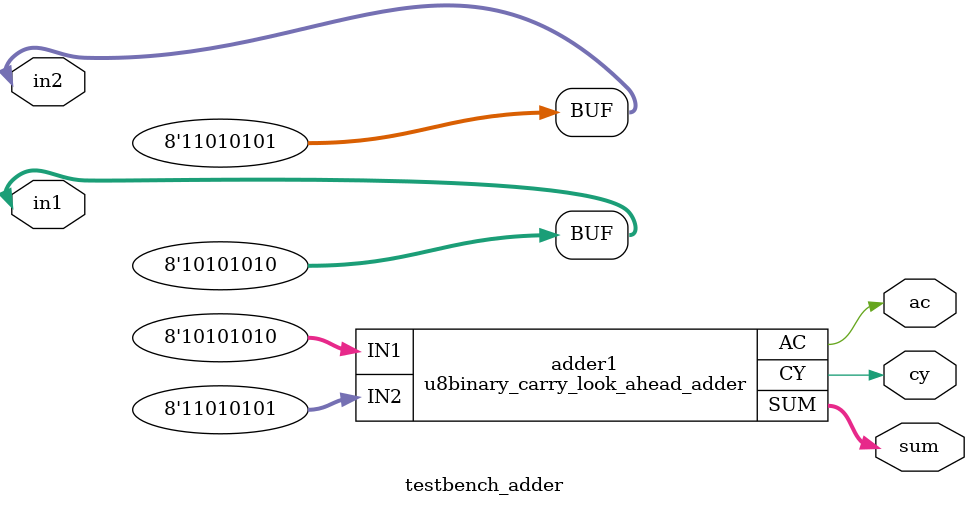
<source format=v>
module u8binary_carry_look_ahead_adder (input [7:0] IN1,IN2, output [7:0] SUM, output CY,AC);

  wire [7:0] P,G,C;
  assign C[0] = 0;
  assign P = IN1^IN2;
  assign G = IN1&IN2;
  
  genvar i;
  for (i=1;i<=7;i=i+1)
    assign C[i] = G[i]|(P[i]&C[i-1]);

  assign SUM = P^C;
  assign CY = C[7];
  assign AC = C[4];

endmodule

module testbench_adder(in1,in2,sum,ac,cy);

input [7:0] in1, in2;
output [7:0] sum;
output cy, ac;

assign in1 = 8'b10101010;
assign in2 = 8'b11010101;
u8binary_carry_look_ahead_adder adder1(in1,in2,sum,cy,ac);
endmodule

</source>
